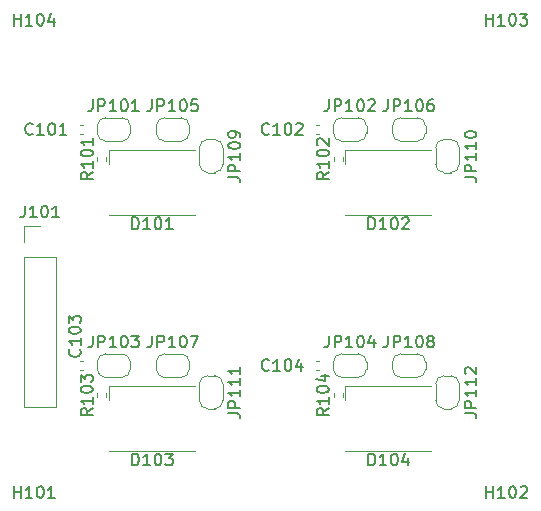
<source format=gto>
G04 #@! TF.GenerationSoftware,KiCad,Pcbnew,5.1.9+dfsg1-1~bpo10+1*
G04 #@! TF.CreationDate,2021-09-26T19:13:38+00:00*
G04 #@! TF.ProjectId,ws2813-breakout,77733238-3133-42d6-9272-65616b6f7574,rev?*
G04 #@! TF.SameCoordinates,Original*
G04 #@! TF.FileFunction,Legend,Top*
G04 #@! TF.FilePolarity,Positive*
%FSLAX46Y46*%
G04 Gerber Fmt 4.6, Leading zero omitted, Abs format (unit mm)*
G04 Created by KiCad (PCBNEW 5.1.9+dfsg1-1~bpo10+1) date 2021-09-26 19:13:38*
%MOMM*%
%LPD*%
G01*
G04 APERTURE LIST*
%ADD10C,0.120000*%
%ADD11C,0.150000*%
G04 APERTURE END LIST*
D10*
X108892164Y-110860000D02*
X109107836Y-110860000D01*
X108892164Y-110140000D02*
X109107836Y-110140000D01*
X128892164Y-110140000D02*
X129107836Y-110140000D01*
X128892164Y-110860000D02*
X129107836Y-110860000D01*
X108892164Y-130140000D02*
X109107836Y-130140000D01*
X108892164Y-130860000D02*
X109107836Y-130860000D01*
X128892164Y-130860000D02*
X129107836Y-130860000D01*
X128892164Y-130140000D02*
X129107836Y-130140000D01*
X111350000Y-112250000D02*
X118650000Y-112250000D01*
X111350000Y-113400000D02*
X111350000Y-112250000D01*
X111350000Y-117750000D02*
X118650000Y-117750000D01*
X131350000Y-117750000D02*
X138650000Y-117750000D01*
X131350000Y-113400000D02*
X131350000Y-112250000D01*
X131350000Y-112250000D02*
X138650000Y-112250000D01*
X111350000Y-132250000D02*
X118650000Y-132250000D01*
X111350000Y-133400000D02*
X111350000Y-132250000D01*
X111350000Y-137750000D02*
X118650000Y-137750000D01*
X131350000Y-137750000D02*
X138650000Y-137750000D01*
X131350000Y-133400000D02*
X131350000Y-132250000D01*
X131350000Y-132250000D02*
X138650000Y-132250000D01*
X104170000Y-134030000D02*
X106830000Y-134030000D01*
X104170000Y-121270000D02*
X104170000Y-134030000D01*
X106830000Y-121270000D02*
X106830000Y-134030000D01*
X104170000Y-121270000D02*
X106830000Y-121270000D01*
X104170000Y-120000000D02*
X104170000Y-118670000D01*
X104170000Y-118670000D02*
X105500000Y-118670000D01*
X111050000Y-109500000D02*
X112450000Y-109500000D01*
X113150000Y-110200000D02*
X113150000Y-110800000D01*
X112450000Y-111500000D02*
X111050000Y-111500000D01*
X110350000Y-110800000D02*
X110350000Y-110200000D01*
X110350000Y-110200000D02*
G75*
G02*
X111050000Y-109500000I700000J0D01*
G01*
X111050000Y-111500000D02*
G75*
G02*
X110350000Y-110800000I0J700000D01*
G01*
X113150000Y-110800000D02*
G75*
G02*
X112450000Y-111500000I-700000J0D01*
G01*
X112450000Y-109500000D02*
G75*
G02*
X113150000Y-110200000I0J-700000D01*
G01*
X130350000Y-110800000D02*
X130350000Y-110200000D01*
X132450000Y-111500000D02*
X131050000Y-111500000D01*
X133150000Y-110200000D02*
X133150000Y-110800000D01*
X131050000Y-109500000D02*
X132450000Y-109500000D01*
X132450000Y-109500000D02*
G75*
G02*
X133150000Y-110200000I0J-700000D01*
G01*
X133150000Y-110800000D02*
G75*
G02*
X132450000Y-111500000I-700000J0D01*
G01*
X131050000Y-111500000D02*
G75*
G02*
X130350000Y-110800000I0J700000D01*
G01*
X130350000Y-110200000D02*
G75*
G02*
X131050000Y-109500000I700000J0D01*
G01*
X111050000Y-129500000D02*
X112450000Y-129500000D01*
X113150000Y-130200000D02*
X113150000Y-130800000D01*
X112450000Y-131500000D02*
X111050000Y-131500000D01*
X110350000Y-130800000D02*
X110350000Y-130200000D01*
X110350000Y-130200000D02*
G75*
G02*
X111050000Y-129500000I700000J0D01*
G01*
X111050000Y-131500000D02*
G75*
G02*
X110350000Y-130800000I0J700000D01*
G01*
X113150000Y-130800000D02*
G75*
G02*
X112450000Y-131500000I-700000J0D01*
G01*
X112450000Y-129500000D02*
G75*
G02*
X113150000Y-130200000I0J-700000D01*
G01*
X130350000Y-130800000D02*
X130350000Y-130200000D01*
X132450000Y-131500000D02*
X131050000Y-131500000D01*
X133150000Y-130200000D02*
X133150000Y-130800000D01*
X131050000Y-129500000D02*
X132450000Y-129500000D01*
X132450000Y-129500000D02*
G75*
G02*
X133150000Y-130200000I0J-700000D01*
G01*
X133150000Y-130800000D02*
G75*
G02*
X132450000Y-131500000I-700000J0D01*
G01*
X131050000Y-131500000D02*
G75*
G02*
X130350000Y-130800000I0J700000D01*
G01*
X130350000Y-130200000D02*
G75*
G02*
X131050000Y-129500000I700000J0D01*
G01*
X116050000Y-109500000D02*
X117450000Y-109500000D01*
X118150000Y-110200000D02*
X118150000Y-110800000D01*
X117450000Y-111500000D02*
X116050000Y-111500000D01*
X115350000Y-110800000D02*
X115350000Y-110200000D01*
X115350000Y-110200000D02*
G75*
G02*
X116050000Y-109500000I700000J0D01*
G01*
X116050000Y-111500000D02*
G75*
G02*
X115350000Y-110800000I0J700000D01*
G01*
X118150000Y-110800000D02*
G75*
G02*
X117450000Y-111500000I-700000J0D01*
G01*
X117450000Y-109500000D02*
G75*
G02*
X118150000Y-110200000I0J-700000D01*
G01*
X135350000Y-110800000D02*
X135350000Y-110200000D01*
X137450000Y-111500000D02*
X136050000Y-111500000D01*
X138150000Y-110200000D02*
X138150000Y-110800000D01*
X136050000Y-109500000D02*
X137450000Y-109500000D01*
X137450000Y-109500000D02*
G75*
G02*
X138150000Y-110200000I0J-700000D01*
G01*
X138150000Y-110800000D02*
G75*
G02*
X137450000Y-111500000I-700000J0D01*
G01*
X136050000Y-111500000D02*
G75*
G02*
X135350000Y-110800000I0J700000D01*
G01*
X135350000Y-110200000D02*
G75*
G02*
X136050000Y-109500000I700000J0D01*
G01*
X116050000Y-129500000D02*
X117450000Y-129500000D01*
X118150000Y-130200000D02*
X118150000Y-130800000D01*
X117450000Y-131500000D02*
X116050000Y-131500000D01*
X115350000Y-130800000D02*
X115350000Y-130200000D01*
X115350000Y-130200000D02*
G75*
G02*
X116050000Y-129500000I700000J0D01*
G01*
X116050000Y-131500000D02*
G75*
G02*
X115350000Y-130800000I0J700000D01*
G01*
X118150000Y-130800000D02*
G75*
G02*
X117450000Y-131500000I-700000J0D01*
G01*
X117450000Y-129500000D02*
G75*
G02*
X118150000Y-130200000I0J-700000D01*
G01*
X135350000Y-130800000D02*
X135350000Y-130200000D01*
X137450000Y-131500000D02*
X136050000Y-131500000D01*
X138150000Y-130200000D02*
X138150000Y-130800000D01*
X136050000Y-129500000D02*
X137450000Y-129500000D01*
X137450000Y-129500000D02*
G75*
G02*
X138150000Y-130200000I0J-700000D01*
G01*
X138150000Y-130800000D02*
G75*
G02*
X137450000Y-131500000I-700000J0D01*
G01*
X136050000Y-131500000D02*
G75*
G02*
X135350000Y-130800000I0J700000D01*
G01*
X135350000Y-130200000D02*
G75*
G02*
X136050000Y-129500000I700000J0D01*
G01*
X121000000Y-112050000D02*
X121000000Y-113450000D01*
X120300000Y-114150000D02*
X119700000Y-114150000D01*
X119000000Y-113450000D02*
X119000000Y-112050000D01*
X119700000Y-111350000D02*
X120300000Y-111350000D01*
X120300000Y-111350000D02*
G75*
G02*
X121000000Y-112050000I0J-700000D01*
G01*
X119000000Y-112050000D02*
G75*
G02*
X119700000Y-111350000I700000J0D01*
G01*
X119700000Y-114150000D02*
G75*
G02*
X119000000Y-113450000I0J700000D01*
G01*
X121000000Y-113450000D02*
G75*
G02*
X120300000Y-114150000I-700000J0D01*
G01*
X139700000Y-111350000D02*
X140300000Y-111350000D01*
X139000000Y-113450000D02*
X139000000Y-112050000D01*
X140300000Y-114150000D02*
X139700000Y-114150000D01*
X141000000Y-112050000D02*
X141000000Y-113450000D01*
X141000000Y-113450000D02*
G75*
G02*
X140300000Y-114150000I-700000J0D01*
G01*
X139700000Y-114150000D02*
G75*
G02*
X139000000Y-113450000I0J700000D01*
G01*
X139000000Y-112050000D02*
G75*
G02*
X139700000Y-111350000I700000J0D01*
G01*
X140300000Y-111350000D02*
G75*
G02*
X141000000Y-112050000I0J-700000D01*
G01*
X121000000Y-132050000D02*
X121000000Y-133450000D01*
X120300000Y-134150000D02*
X119700000Y-134150000D01*
X119000000Y-133450000D02*
X119000000Y-132050000D01*
X119700000Y-131350000D02*
X120300000Y-131350000D01*
X120300000Y-131350000D02*
G75*
G02*
X121000000Y-132050000I0J-700000D01*
G01*
X119000000Y-132050000D02*
G75*
G02*
X119700000Y-131350000I700000J0D01*
G01*
X119700000Y-134150000D02*
G75*
G02*
X119000000Y-133450000I0J700000D01*
G01*
X121000000Y-133450000D02*
G75*
G02*
X120300000Y-134150000I-700000J0D01*
G01*
X139700000Y-131350000D02*
X140300000Y-131350000D01*
X139000000Y-133450000D02*
X139000000Y-132050000D01*
X140300000Y-134150000D02*
X139700000Y-134150000D01*
X141000000Y-132050000D02*
X141000000Y-133450000D01*
X141000000Y-133450000D02*
G75*
G02*
X140300000Y-134150000I-700000J0D01*
G01*
X139700000Y-134150000D02*
G75*
G02*
X139000000Y-133450000I0J700000D01*
G01*
X139000000Y-132050000D02*
G75*
G02*
X139700000Y-131350000I700000J0D01*
G01*
X140300000Y-131350000D02*
G75*
G02*
X141000000Y-132050000I0J-700000D01*
G01*
X111130000Y-113153641D02*
X111130000Y-112846359D01*
X110370000Y-113153641D02*
X110370000Y-112846359D01*
X131130000Y-113153641D02*
X131130000Y-112846359D01*
X130370000Y-113153641D02*
X130370000Y-112846359D01*
X110370000Y-133153641D02*
X110370000Y-132846359D01*
X111130000Y-133153641D02*
X111130000Y-132846359D01*
X130370000Y-133153641D02*
X130370000Y-132846359D01*
X131130000Y-133153641D02*
X131130000Y-132846359D01*
D11*
X104880952Y-110857142D02*
X104833333Y-110904761D01*
X104690476Y-110952380D01*
X104595238Y-110952380D01*
X104452380Y-110904761D01*
X104357142Y-110809523D01*
X104309523Y-110714285D01*
X104261904Y-110523809D01*
X104261904Y-110380952D01*
X104309523Y-110190476D01*
X104357142Y-110095238D01*
X104452380Y-110000000D01*
X104595238Y-109952380D01*
X104690476Y-109952380D01*
X104833333Y-110000000D01*
X104880952Y-110047619D01*
X105833333Y-110952380D02*
X105261904Y-110952380D01*
X105547619Y-110952380D02*
X105547619Y-109952380D01*
X105452380Y-110095238D01*
X105357142Y-110190476D01*
X105261904Y-110238095D01*
X106452380Y-109952380D02*
X106547619Y-109952380D01*
X106642857Y-110000000D01*
X106690476Y-110047619D01*
X106738095Y-110142857D01*
X106785714Y-110333333D01*
X106785714Y-110571428D01*
X106738095Y-110761904D01*
X106690476Y-110857142D01*
X106642857Y-110904761D01*
X106547619Y-110952380D01*
X106452380Y-110952380D01*
X106357142Y-110904761D01*
X106309523Y-110857142D01*
X106261904Y-110761904D01*
X106214285Y-110571428D01*
X106214285Y-110333333D01*
X106261904Y-110142857D01*
X106309523Y-110047619D01*
X106357142Y-110000000D01*
X106452380Y-109952380D01*
X107738095Y-110952380D02*
X107166666Y-110952380D01*
X107452380Y-110952380D02*
X107452380Y-109952380D01*
X107357142Y-110095238D01*
X107261904Y-110190476D01*
X107166666Y-110238095D01*
X124880952Y-110857142D02*
X124833333Y-110904761D01*
X124690476Y-110952380D01*
X124595238Y-110952380D01*
X124452380Y-110904761D01*
X124357142Y-110809523D01*
X124309523Y-110714285D01*
X124261904Y-110523809D01*
X124261904Y-110380952D01*
X124309523Y-110190476D01*
X124357142Y-110095238D01*
X124452380Y-110000000D01*
X124595238Y-109952380D01*
X124690476Y-109952380D01*
X124833333Y-110000000D01*
X124880952Y-110047619D01*
X125833333Y-110952380D02*
X125261904Y-110952380D01*
X125547619Y-110952380D02*
X125547619Y-109952380D01*
X125452380Y-110095238D01*
X125357142Y-110190476D01*
X125261904Y-110238095D01*
X126452380Y-109952380D02*
X126547619Y-109952380D01*
X126642857Y-110000000D01*
X126690476Y-110047619D01*
X126738095Y-110142857D01*
X126785714Y-110333333D01*
X126785714Y-110571428D01*
X126738095Y-110761904D01*
X126690476Y-110857142D01*
X126642857Y-110904761D01*
X126547619Y-110952380D01*
X126452380Y-110952380D01*
X126357142Y-110904761D01*
X126309523Y-110857142D01*
X126261904Y-110761904D01*
X126214285Y-110571428D01*
X126214285Y-110333333D01*
X126261904Y-110142857D01*
X126309523Y-110047619D01*
X126357142Y-110000000D01*
X126452380Y-109952380D01*
X127166666Y-110047619D02*
X127214285Y-110000000D01*
X127309523Y-109952380D01*
X127547619Y-109952380D01*
X127642857Y-110000000D01*
X127690476Y-110047619D01*
X127738095Y-110142857D01*
X127738095Y-110238095D01*
X127690476Y-110380952D01*
X127119047Y-110952380D01*
X127738095Y-110952380D01*
X108857142Y-129119047D02*
X108904761Y-129166666D01*
X108952380Y-129309523D01*
X108952380Y-129404761D01*
X108904761Y-129547619D01*
X108809523Y-129642857D01*
X108714285Y-129690476D01*
X108523809Y-129738095D01*
X108380952Y-129738095D01*
X108190476Y-129690476D01*
X108095238Y-129642857D01*
X108000000Y-129547619D01*
X107952380Y-129404761D01*
X107952380Y-129309523D01*
X108000000Y-129166666D01*
X108047619Y-129119047D01*
X108952380Y-128166666D02*
X108952380Y-128738095D01*
X108952380Y-128452380D02*
X107952380Y-128452380D01*
X108095238Y-128547619D01*
X108190476Y-128642857D01*
X108238095Y-128738095D01*
X107952380Y-127547619D02*
X107952380Y-127452380D01*
X108000000Y-127357142D01*
X108047619Y-127309523D01*
X108142857Y-127261904D01*
X108333333Y-127214285D01*
X108571428Y-127214285D01*
X108761904Y-127261904D01*
X108857142Y-127309523D01*
X108904761Y-127357142D01*
X108952380Y-127452380D01*
X108952380Y-127547619D01*
X108904761Y-127642857D01*
X108857142Y-127690476D01*
X108761904Y-127738095D01*
X108571428Y-127785714D01*
X108333333Y-127785714D01*
X108142857Y-127738095D01*
X108047619Y-127690476D01*
X108000000Y-127642857D01*
X107952380Y-127547619D01*
X107952380Y-126880952D02*
X107952380Y-126261904D01*
X108333333Y-126595238D01*
X108333333Y-126452380D01*
X108380952Y-126357142D01*
X108428571Y-126309523D01*
X108523809Y-126261904D01*
X108761904Y-126261904D01*
X108857142Y-126309523D01*
X108904761Y-126357142D01*
X108952380Y-126452380D01*
X108952380Y-126738095D01*
X108904761Y-126833333D01*
X108857142Y-126880952D01*
X124880952Y-130857142D02*
X124833333Y-130904761D01*
X124690476Y-130952380D01*
X124595238Y-130952380D01*
X124452380Y-130904761D01*
X124357142Y-130809523D01*
X124309523Y-130714285D01*
X124261904Y-130523809D01*
X124261904Y-130380952D01*
X124309523Y-130190476D01*
X124357142Y-130095238D01*
X124452380Y-130000000D01*
X124595238Y-129952380D01*
X124690476Y-129952380D01*
X124833333Y-130000000D01*
X124880952Y-130047619D01*
X125833333Y-130952380D02*
X125261904Y-130952380D01*
X125547619Y-130952380D02*
X125547619Y-129952380D01*
X125452380Y-130095238D01*
X125357142Y-130190476D01*
X125261904Y-130238095D01*
X126452380Y-129952380D02*
X126547619Y-129952380D01*
X126642857Y-130000000D01*
X126690476Y-130047619D01*
X126738095Y-130142857D01*
X126785714Y-130333333D01*
X126785714Y-130571428D01*
X126738095Y-130761904D01*
X126690476Y-130857142D01*
X126642857Y-130904761D01*
X126547619Y-130952380D01*
X126452380Y-130952380D01*
X126357142Y-130904761D01*
X126309523Y-130857142D01*
X126261904Y-130761904D01*
X126214285Y-130571428D01*
X126214285Y-130333333D01*
X126261904Y-130142857D01*
X126309523Y-130047619D01*
X126357142Y-130000000D01*
X126452380Y-129952380D01*
X127642857Y-130285714D02*
X127642857Y-130952380D01*
X127404761Y-129904761D02*
X127166666Y-130619047D01*
X127785714Y-130619047D01*
X113309523Y-118952380D02*
X113309523Y-117952380D01*
X113547619Y-117952380D01*
X113690476Y-118000000D01*
X113785714Y-118095238D01*
X113833333Y-118190476D01*
X113880952Y-118380952D01*
X113880952Y-118523809D01*
X113833333Y-118714285D01*
X113785714Y-118809523D01*
X113690476Y-118904761D01*
X113547619Y-118952380D01*
X113309523Y-118952380D01*
X114833333Y-118952380D02*
X114261904Y-118952380D01*
X114547619Y-118952380D02*
X114547619Y-117952380D01*
X114452380Y-118095238D01*
X114357142Y-118190476D01*
X114261904Y-118238095D01*
X115452380Y-117952380D02*
X115547619Y-117952380D01*
X115642857Y-118000000D01*
X115690476Y-118047619D01*
X115738095Y-118142857D01*
X115785714Y-118333333D01*
X115785714Y-118571428D01*
X115738095Y-118761904D01*
X115690476Y-118857142D01*
X115642857Y-118904761D01*
X115547619Y-118952380D01*
X115452380Y-118952380D01*
X115357142Y-118904761D01*
X115309523Y-118857142D01*
X115261904Y-118761904D01*
X115214285Y-118571428D01*
X115214285Y-118333333D01*
X115261904Y-118142857D01*
X115309523Y-118047619D01*
X115357142Y-118000000D01*
X115452380Y-117952380D01*
X116738095Y-118952380D02*
X116166666Y-118952380D01*
X116452380Y-118952380D02*
X116452380Y-117952380D01*
X116357142Y-118095238D01*
X116261904Y-118190476D01*
X116166666Y-118238095D01*
X133309523Y-118952380D02*
X133309523Y-117952380D01*
X133547619Y-117952380D01*
X133690476Y-118000000D01*
X133785714Y-118095238D01*
X133833333Y-118190476D01*
X133880952Y-118380952D01*
X133880952Y-118523809D01*
X133833333Y-118714285D01*
X133785714Y-118809523D01*
X133690476Y-118904761D01*
X133547619Y-118952380D01*
X133309523Y-118952380D01*
X134833333Y-118952380D02*
X134261904Y-118952380D01*
X134547619Y-118952380D02*
X134547619Y-117952380D01*
X134452380Y-118095238D01*
X134357142Y-118190476D01*
X134261904Y-118238095D01*
X135452380Y-117952380D02*
X135547619Y-117952380D01*
X135642857Y-118000000D01*
X135690476Y-118047619D01*
X135738095Y-118142857D01*
X135785714Y-118333333D01*
X135785714Y-118571428D01*
X135738095Y-118761904D01*
X135690476Y-118857142D01*
X135642857Y-118904761D01*
X135547619Y-118952380D01*
X135452380Y-118952380D01*
X135357142Y-118904761D01*
X135309523Y-118857142D01*
X135261904Y-118761904D01*
X135214285Y-118571428D01*
X135214285Y-118333333D01*
X135261904Y-118142857D01*
X135309523Y-118047619D01*
X135357142Y-118000000D01*
X135452380Y-117952380D01*
X136166666Y-118047619D02*
X136214285Y-118000000D01*
X136309523Y-117952380D01*
X136547619Y-117952380D01*
X136642857Y-118000000D01*
X136690476Y-118047619D01*
X136738095Y-118142857D01*
X136738095Y-118238095D01*
X136690476Y-118380952D01*
X136119047Y-118952380D01*
X136738095Y-118952380D01*
X113309523Y-138952380D02*
X113309523Y-137952380D01*
X113547619Y-137952380D01*
X113690476Y-138000000D01*
X113785714Y-138095238D01*
X113833333Y-138190476D01*
X113880952Y-138380952D01*
X113880952Y-138523809D01*
X113833333Y-138714285D01*
X113785714Y-138809523D01*
X113690476Y-138904761D01*
X113547619Y-138952380D01*
X113309523Y-138952380D01*
X114833333Y-138952380D02*
X114261904Y-138952380D01*
X114547619Y-138952380D02*
X114547619Y-137952380D01*
X114452380Y-138095238D01*
X114357142Y-138190476D01*
X114261904Y-138238095D01*
X115452380Y-137952380D02*
X115547619Y-137952380D01*
X115642857Y-138000000D01*
X115690476Y-138047619D01*
X115738095Y-138142857D01*
X115785714Y-138333333D01*
X115785714Y-138571428D01*
X115738095Y-138761904D01*
X115690476Y-138857142D01*
X115642857Y-138904761D01*
X115547619Y-138952380D01*
X115452380Y-138952380D01*
X115357142Y-138904761D01*
X115309523Y-138857142D01*
X115261904Y-138761904D01*
X115214285Y-138571428D01*
X115214285Y-138333333D01*
X115261904Y-138142857D01*
X115309523Y-138047619D01*
X115357142Y-138000000D01*
X115452380Y-137952380D01*
X116119047Y-137952380D02*
X116738095Y-137952380D01*
X116404761Y-138333333D01*
X116547619Y-138333333D01*
X116642857Y-138380952D01*
X116690476Y-138428571D01*
X116738095Y-138523809D01*
X116738095Y-138761904D01*
X116690476Y-138857142D01*
X116642857Y-138904761D01*
X116547619Y-138952380D01*
X116261904Y-138952380D01*
X116166666Y-138904761D01*
X116119047Y-138857142D01*
X133309523Y-138952380D02*
X133309523Y-137952380D01*
X133547619Y-137952380D01*
X133690476Y-138000000D01*
X133785714Y-138095238D01*
X133833333Y-138190476D01*
X133880952Y-138380952D01*
X133880952Y-138523809D01*
X133833333Y-138714285D01*
X133785714Y-138809523D01*
X133690476Y-138904761D01*
X133547619Y-138952380D01*
X133309523Y-138952380D01*
X134833333Y-138952380D02*
X134261904Y-138952380D01*
X134547619Y-138952380D02*
X134547619Y-137952380D01*
X134452380Y-138095238D01*
X134357142Y-138190476D01*
X134261904Y-138238095D01*
X135452380Y-137952380D02*
X135547619Y-137952380D01*
X135642857Y-138000000D01*
X135690476Y-138047619D01*
X135738095Y-138142857D01*
X135785714Y-138333333D01*
X135785714Y-138571428D01*
X135738095Y-138761904D01*
X135690476Y-138857142D01*
X135642857Y-138904761D01*
X135547619Y-138952380D01*
X135452380Y-138952380D01*
X135357142Y-138904761D01*
X135309523Y-138857142D01*
X135261904Y-138761904D01*
X135214285Y-138571428D01*
X135214285Y-138333333D01*
X135261904Y-138142857D01*
X135309523Y-138047619D01*
X135357142Y-138000000D01*
X135452380Y-137952380D01*
X136642857Y-138285714D02*
X136642857Y-138952380D01*
X136404761Y-137904761D02*
X136166666Y-138619047D01*
X136785714Y-138619047D01*
X104214285Y-116952380D02*
X104214285Y-117666666D01*
X104166666Y-117809523D01*
X104071428Y-117904761D01*
X103928571Y-117952380D01*
X103833333Y-117952380D01*
X105214285Y-117952380D02*
X104642857Y-117952380D01*
X104928571Y-117952380D02*
X104928571Y-116952380D01*
X104833333Y-117095238D01*
X104738095Y-117190476D01*
X104642857Y-117238095D01*
X105833333Y-116952380D02*
X105928571Y-116952380D01*
X106023809Y-117000000D01*
X106071428Y-117047619D01*
X106119047Y-117142857D01*
X106166666Y-117333333D01*
X106166666Y-117571428D01*
X106119047Y-117761904D01*
X106071428Y-117857142D01*
X106023809Y-117904761D01*
X105928571Y-117952380D01*
X105833333Y-117952380D01*
X105738095Y-117904761D01*
X105690476Y-117857142D01*
X105642857Y-117761904D01*
X105595238Y-117571428D01*
X105595238Y-117333333D01*
X105642857Y-117142857D01*
X105690476Y-117047619D01*
X105738095Y-117000000D01*
X105833333Y-116952380D01*
X107119047Y-117952380D02*
X106547619Y-117952380D01*
X106833333Y-117952380D02*
X106833333Y-116952380D01*
X106738095Y-117095238D01*
X106642857Y-117190476D01*
X106547619Y-117238095D01*
X109964285Y-107952380D02*
X109964285Y-108666666D01*
X109916666Y-108809523D01*
X109821428Y-108904761D01*
X109678571Y-108952380D01*
X109583333Y-108952380D01*
X110440476Y-108952380D02*
X110440476Y-107952380D01*
X110821428Y-107952380D01*
X110916666Y-108000000D01*
X110964285Y-108047619D01*
X111011904Y-108142857D01*
X111011904Y-108285714D01*
X110964285Y-108380952D01*
X110916666Y-108428571D01*
X110821428Y-108476190D01*
X110440476Y-108476190D01*
X111964285Y-108952380D02*
X111392857Y-108952380D01*
X111678571Y-108952380D02*
X111678571Y-107952380D01*
X111583333Y-108095238D01*
X111488095Y-108190476D01*
X111392857Y-108238095D01*
X112583333Y-107952380D02*
X112678571Y-107952380D01*
X112773809Y-108000000D01*
X112821428Y-108047619D01*
X112869047Y-108142857D01*
X112916666Y-108333333D01*
X112916666Y-108571428D01*
X112869047Y-108761904D01*
X112821428Y-108857142D01*
X112773809Y-108904761D01*
X112678571Y-108952380D01*
X112583333Y-108952380D01*
X112488095Y-108904761D01*
X112440476Y-108857142D01*
X112392857Y-108761904D01*
X112345238Y-108571428D01*
X112345238Y-108333333D01*
X112392857Y-108142857D01*
X112440476Y-108047619D01*
X112488095Y-108000000D01*
X112583333Y-107952380D01*
X113869047Y-108952380D02*
X113297619Y-108952380D01*
X113583333Y-108952380D02*
X113583333Y-107952380D01*
X113488095Y-108095238D01*
X113392857Y-108190476D01*
X113297619Y-108238095D01*
X129964285Y-107952380D02*
X129964285Y-108666666D01*
X129916666Y-108809523D01*
X129821428Y-108904761D01*
X129678571Y-108952380D01*
X129583333Y-108952380D01*
X130440476Y-108952380D02*
X130440476Y-107952380D01*
X130821428Y-107952380D01*
X130916666Y-108000000D01*
X130964285Y-108047619D01*
X131011904Y-108142857D01*
X131011904Y-108285714D01*
X130964285Y-108380952D01*
X130916666Y-108428571D01*
X130821428Y-108476190D01*
X130440476Y-108476190D01*
X131964285Y-108952380D02*
X131392857Y-108952380D01*
X131678571Y-108952380D02*
X131678571Y-107952380D01*
X131583333Y-108095238D01*
X131488095Y-108190476D01*
X131392857Y-108238095D01*
X132583333Y-107952380D02*
X132678571Y-107952380D01*
X132773809Y-108000000D01*
X132821428Y-108047619D01*
X132869047Y-108142857D01*
X132916666Y-108333333D01*
X132916666Y-108571428D01*
X132869047Y-108761904D01*
X132821428Y-108857142D01*
X132773809Y-108904761D01*
X132678571Y-108952380D01*
X132583333Y-108952380D01*
X132488095Y-108904761D01*
X132440476Y-108857142D01*
X132392857Y-108761904D01*
X132345238Y-108571428D01*
X132345238Y-108333333D01*
X132392857Y-108142857D01*
X132440476Y-108047619D01*
X132488095Y-108000000D01*
X132583333Y-107952380D01*
X133297619Y-108047619D02*
X133345238Y-108000000D01*
X133440476Y-107952380D01*
X133678571Y-107952380D01*
X133773809Y-108000000D01*
X133821428Y-108047619D01*
X133869047Y-108142857D01*
X133869047Y-108238095D01*
X133821428Y-108380952D01*
X133250000Y-108952380D01*
X133869047Y-108952380D01*
X109964285Y-127952380D02*
X109964285Y-128666666D01*
X109916666Y-128809523D01*
X109821428Y-128904761D01*
X109678571Y-128952380D01*
X109583333Y-128952380D01*
X110440476Y-128952380D02*
X110440476Y-127952380D01*
X110821428Y-127952380D01*
X110916666Y-128000000D01*
X110964285Y-128047619D01*
X111011904Y-128142857D01*
X111011904Y-128285714D01*
X110964285Y-128380952D01*
X110916666Y-128428571D01*
X110821428Y-128476190D01*
X110440476Y-128476190D01*
X111964285Y-128952380D02*
X111392857Y-128952380D01*
X111678571Y-128952380D02*
X111678571Y-127952380D01*
X111583333Y-128095238D01*
X111488095Y-128190476D01*
X111392857Y-128238095D01*
X112583333Y-127952380D02*
X112678571Y-127952380D01*
X112773809Y-128000000D01*
X112821428Y-128047619D01*
X112869047Y-128142857D01*
X112916666Y-128333333D01*
X112916666Y-128571428D01*
X112869047Y-128761904D01*
X112821428Y-128857142D01*
X112773809Y-128904761D01*
X112678571Y-128952380D01*
X112583333Y-128952380D01*
X112488095Y-128904761D01*
X112440476Y-128857142D01*
X112392857Y-128761904D01*
X112345238Y-128571428D01*
X112345238Y-128333333D01*
X112392857Y-128142857D01*
X112440476Y-128047619D01*
X112488095Y-128000000D01*
X112583333Y-127952380D01*
X113250000Y-127952380D02*
X113869047Y-127952380D01*
X113535714Y-128333333D01*
X113678571Y-128333333D01*
X113773809Y-128380952D01*
X113821428Y-128428571D01*
X113869047Y-128523809D01*
X113869047Y-128761904D01*
X113821428Y-128857142D01*
X113773809Y-128904761D01*
X113678571Y-128952380D01*
X113392857Y-128952380D01*
X113297619Y-128904761D01*
X113250000Y-128857142D01*
X129964285Y-127952380D02*
X129964285Y-128666666D01*
X129916666Y-128809523D01*
X129821428Y-128904761D01*
X129678571Y-128952380D01*
X129583333Y-128952380D01*
X130440476Y-128952380D02*
X130440476Y-127952380D01*
X130821428Y-127952380D01*
X130916666Y-128000000D01*
X130964285Y-128047619D01*
X131011904Y-128142857D01*
X131011904Y-128285714D01*
X130964285Y-128380952D01*
X130916666Y-128428571D01*
X130821428Y-128476190D01*
X130440476Y-128476190D01*
X131964285Y-128952380D02*
X131392857Y-128952380D01*
X131678571Y-128952380D02*
X131678571Y-127952380D01*
X131583333Y-128095238D01*
X131488095Y-128190476D01*
X131392857Y-128238095D01*
X132583333Y-127952380D02*
X132678571Y-127952380D01*
X132773809Y-128000000D01*
X132821428Y-128047619D01*
X132869047Y-128142857D01*
X132916666Y-128333333D01*
X132916666Y-128571428D01*
X132869047Y-128761904D01*
X132821428Y-128857142D01*
X132773809Y-128904761D01*
X132678571Y-128952380D01*
X132583333Y-128952380D01*
X132488095Y-128904761D01*
X132440476Y-128857142D01*
X132392857Y-128761904D01*
X132345238Y-128571428D01*
X132345238Y-128333333D01*
X132392857Y-128142857D01*
X132440476Y-128047619D01*
X132488095Y-128000000D01*
X132583333Y-127952380D01*
X133773809Y-128285714D02*
X133773809Y-128952380D01*
X133535714Y-127904761D02*
X133297619Y-128619047D01*
X133916666Y-128619047D01*
X114964285Y-107952380D02*
X114964285Y-108666666D01*
X114916666Y-108809523D01*
X114821428Y-108904761D01*
X114678571Y-108952380D01*
X114583333Y-108952380D01*
X115440476Y-108952380D02*
X115440476Y-107952380D01*
X115821428Y-107952380D01*
X115916666Y-108000000D01*
X115964285Y-108047619D01*
X116011904Y-108142857D01*
X116011904Y-108285714D01*
X115964285Y-108380952D01*
X115916666Y-108428571D01*
X115821428Y-108476190D01*
X115440476Y-108476190D01*
X116964285Y-108952380D02*
X116392857Y-108952380D01*
X116678571Y-108952380D02*
X116678571Y-107952380D01*
X116583333Y-108095238D01*
X116488095Y-108190476D01*
X116392857Y-108238095D01*
X117583333Y-107952380D02*
X117678571Y-107952380D01*
X117773809Y-108000000D01*
X117821428Y-108047619D01*
X117869047Y-108142857D01*
X117916666Y-108333333D01*
X117916666Y-108571428D01*
X117869047Y-108761904D01*
X117821428Y-108857142D01*
X117773809Y-108904761D01*
X117678571Y-108952380D01*
X117583333Y-108952380D01*
X117488095Y-108904761D01*
X117440476Y-108857142D01*
X117392857Y-108761904D01*
X117345238Y-108571428D01*
X117345238Y-108333333D01*
X117392857Y-108142857D01*
X117440476Y-108047619D01*
X117488095Y-108000000D01*
X117583333Y-107952380D01*
X118821428Y-107952380D02*
X118345238Y-107952380D01*
X118297619Y-108428571D01*
X118345238Y-108380952D01*
X118440476Y-108333333D01*
X118678571Y-108333333D01*
X118773809Y-108380952D01*
X118821428Y-108428571D01*
X118869047Y-108523809D01*
X118869047Y-108761904D01*
X118821428Y-108857142D01*
X118773809Y-108904761D01*
X118678571Y-108952380D01*
X118440476Y-108952380D01*
X118345238Y-108904761D01*
X118297619Y-108857142D01*
X134964285Y-107952380D02*
X134964285Y-108666666D01*
X134916666Y-108809523D01*
X134821428Y-108904761D01*
X134678571Y-108952380D01*
X134583333Y-108952380D01*
X135440476Y-108952380D02*
X135440476Y-107952380D01*
X135821428Y-107952380D01*
X135916666Y-108000000D01*
X135964285Y-108047619D01*
X136011904Y-108142857D01*
X136011904Y-108285714D01*
X135964285Y-108380952D01*
X135916666Y-108428571D01*
X135821428Y-108476190D01*
X135440476Y-108476190D01*
X136964285Y-108952380D02*
X136392857Y-108952380D01*
X136678571Y-108952380D02*
X136678571Y-107952380D01*
X136583333Y-108095238D01*
X136488095Y-108190476D01*
X136392857Y-108238095D01*
X137583333Y-107952380D02*
X137678571Y-107952380D01*
X137773809Y-108000000D01*
X137821428Y-108047619D01*
X137869047Y-108142857D01*
X137916666Y-108333333D01*
X137916666Y-108571428D01*
X137869047Y-108761904D01*
X137821428Y-108857142D01*
X137773809Y-108904761D01*
X137678571Y-108952380D01*
X137583333Y-108952380D01*
X137488095Y-108904761D01*
X137440476Y-108857142D01*
X137392857Y-108761904D01*
X137345238Y-108571428D01*
X137345238Y-108333333D01*
X137392857Y-108142857D01*
X137440476Y-108047619D01*
X137488095Y-108000000D01*
X137583333Y-107952380D01*
X138773809Y-107952380D02*
X138583333Y-107952380D01*
X138488095Y-108000000D01*
X138440476Y-108047619D01*
X138345238Y-108190476D01*
X138297619Y-108380952D01*
X138297619Y-108761904D01*
X138345238Y-108857142D01*
X138392857Y-108904761D01*
X138488095Y-108952380D01*
X138678571Y-108952380D01*
X138773809Y-108904761D01*
X138821428Y-108857142D01*
X138869047Y-108761904D01*
X138869047Y-108523809D01*
X138821428Y-108428571D01*
X138773809Y-108380952D01*
X138678571Y-108333333D01*
X138488095Y-108333333D01*
X138392857Y-108380952D01*
X138345238Y-108428571D01*
X138297619Y-108523809D01*
X114964285Y-127952380D02*
X114964285Y-128666666D01*
X114916666Y-128809523D01*
X114821428Y-128904761D01*
X114678571Y-128952380D01*
X114583333Y-128952380D01*
X115440476Y-128952380D02*
X115440476Y-127952380D01*
X115821428Y-127952380D01*
X115916666Y-128000000D01*
X115964285Y-128047619D01*
X116011904Y-128142857D01*
X116011904Y-128285714D01*
X115964285Y-128380952D01*
X115916666Y-128428571D01*
X115821428Y-128476190D01*
X115440476Y-128476190D01*
X116964285Y-128952380D02*
X116392857Y-128952380D01*
X116678571Y-128952380D02*
X116678571Y-127952380D01*
X116583333Y-128095238D01*
X116488095Y-128190476D01*
X116392857Y-128238095D01*
X117583333Y-127952380D02*
X117678571Y-127952380D01*
X117773809Y-128000000D01*
X117821428Y-128047619D01*
X117869047Y-128142857D01*
X117916666Y-128333333D01*
X117916666Y-128571428D01*
X117869047Y-128761904D01*
X117821428Y-128857142D01*
X117773809Y-128904761D01*
X117678571Y-128952380D01*
X117583333Y-128952380D01*
X117488095Y-128904761D01*
X117440476Y-128857142D01*
X117392857Y-128761904D01*
X117345238Y-128571428D01*
X117345238Y-128333333D01*
X117392857Y-128142857D01*
X117440476Y-128047619D01*
X117488095Y-128000000D01*
X117583333Y-127952380D01*
X118250000Y-127952380D02*
X118916666Y-127952380D01*
X118488095Y-128952380D01*
X134964285Y-127952380D02*
X134964285Y-128666666D01*
X134916666Y-128809523D01*
X134821428Y-128904761D01*
X134678571Y-128952380D01*
X134583333Y-128952380D01*
X135440476Y-128952380D02*
X135440476Y-127952380D01*
X135821428Y-127952380D01*
X135916666Y-128000000D01*
X135964285Y-128047619D01*
X136011904Y-128142857D01*
X136011904Y-128285714D01*
X135964285Y-128380952D01*
X135916666Y-128428571D01*
X135821428Y-128476190D01*
X135440476Y-128476190D01*
X136964285Y-128952380D02*
X136392857Y-128952380D01*
X136678571Y-128952380D02*
X136678571Y-127952380D01*
X136583333Y-128095238D01*
X136488095Y-128190476D01*
X136392857Y-128238095D01*
X137583333Y-127952380D02*
X137678571Y-127952380D01*
X137773809Y-128000000D01*
X137821428Y-128047619D01*
X137869047Y-128142857D01*
X137916666Y-128333333D01*
X137916666Y-128571428D01*
X137869047Y-128761904D01*
X137821428Y-128857142D01*
X137773809Y-128904761D01*
X137678571Y-128952380D01*
X137583333Y-128952380D01*
X137488095Y-128904761D01*
X137440476Y-128857142D01*
X137392857Y-128761904D01*
X137345238Y-128571428D01*
X137345238Y-128333333D01*
X137392857Y-128142857D01*
X137440476Y-128047619D01*
X137488095Y-128000000D01*
X137583333Y-127952380D01*
X138488095Y-128380952D02*
X138392857Y-128333333D01*
X138345238Y-128285714D01*
X138297619Y-128190476D01*
X138297619Y-128142857D01*
X138345238Y-128047619D01*
X138392857Y-128000000D01*
X138488095Y-127952380D01*
X138678571Y-127952380D01*
X138773809Y-128000000D01*
X138821428Y-128047619D01*
X138869047Y-128142857D01*
X138869047Y-128190476D01*
X138821428Y-128285714D01*
X138773809Y-128333333D01*
X138678571Y-128380952D01*
X138488095Y-128380952D01*
X138392857Y-128428571D01*
X138345238Y-128476190D01*
X138297619Y-128571428D01*
X138297619Y-128761904D01*
X138345238Y-128857142D01*
X138392857Y-128904761D01*
X138488095Y-128952380D01*
X138678571Y-128952380D01*
X138773809Y-128904761D01*
X138821428Y-128857142D01*
X138869047Y-128761904D01*
X138869047Y-128571428D01*
X138821428Y-128476190D01*
X138773809Y-128428571D01*
X138678571Y-128380952D01*
X121452380Y-114535714D02*
X122166666Y-114535714D01*
X122309523Y-114583333D01*
X122404761Y-114678571D01*
X122452380Y-114821428D01*
X122452380Y-114916666D01*
X122452380Y-114059523D02*
X121452380Y-114059523D01*
X121452380Y-113678571D01*
X121500000Y-113583333D01*
X121547619Y-113535714D01*
X121642857Y-113488095D01*
X121785714Y-113488095D01*
X121880952Y-113535714D01*
X121928571Y-113583333D01*
X121976190Y-113678571D01*
X121976190Y-114059523D01*
X122452380Y-112535714D02*
X122452380Y-113107142D01*
X122452380Y-112821428D02*
X121452380Y-112821428D01*
X121595238Y-112916666D01*
X121690476Y-113011904D01*
X121738095Y-113107142D01*
X121452380Y-111916666D02*
X121452380Y-111821428D01*
X121500000Y-111726190D01*
X121547619Y-111678571D01*
X121642857Y-111630952D01*
X121833333Y-111583333D01*
X122071428Y-111583333D01*
X122261904Y-111630952D01*
X122357142Y-111678571D01*
X122404761Y-111726190D01*
X122452380Y-111821428D01*
X122452380Y-111916666D01*
X122404761Y-112011904D01*
X122357142Y-112059523D01*
X122261904Y-112107142D01*
X122071428Y-112154761D01*
X121833333Y-112154761D01*
X121642857Y-112107142D01*
X121547619Y-112059523D01*
X121500000Y-112011904D01*
X121452380Y-111916666D01*
X122452380Y-111107142D02*
X122452380Y-110916666D01*
X122404761Y-110821428D01*
X122357142Y-110773809D01*
X122214285Y-110678571D01*
X122023809Y-110630952D01*
X121642857Y-110630952D01*
X121547619Y-110678571D01*
X121500000Y-110726190D01*
X121452380Y-110821428D01*
X121452380Y-111011904D01*
X121500000Y-111107142D01*
X121547619Y-111154761D01*
X121642857Y-111202380D01*
X121880952Y-111202380D01*
X121976190Y-111154761D01*
X122023809Y-111107142D01*
X122071428Y-111011904D01*
X122071428Y-110821428D01*
X122023809Y-110726190D01*
X121976190Y-110678571D01*
X121880952Y-110630952D01*
X141452380Y-114535714D02*
X142166666Y-114535714D01*
X142309523Y-114583333D01*
X142404761Y-114678571D01*
X142452380Y-114821428D01*
X142452380Y-114916666D01*
X142452380Y-114059523D02*
X141452380Y-114059523D01*
X141452380Y-113678571D01*
X141500000Y-113583333D01*
X141547619Y-113535714D01*
X141642857Y-113488095D01*
X141785714Y-113488095D01*
X141880952Y-113535714D01*
X141928571Y-113583333D01*
X141976190Y-113678571D01*
X141976190Y-114059523D01*
X142452380Y-112535714D02*
X142452380Y-113107142D01*
X142452380Y-112821428D02*
X141452380Y-112821428D01*
X141595238Y-112916666D01*
X141690476Y-113011904D01*
X141738095Y-113107142D01*
X142452380Y-111583333D02*
X142452380Y-112154761D01*
X142452380Y-111869047D02*
X141452380Y-111869047D01*
X141595238Y-111964285D01*
X141690476Y-112059523D01*
X141738095Y-112154761D01*
X141452380Y-110964285D02*
X141452380Y-110869047D01*
X141500000Y-110773809D01*
X141547619Y-110726190D01*
X141642857Y-110678571D01*
X141833333Y-110630952D01*
X142071428Y-110630952D01*
X142261904Y-110678571D01*
X142357142Y-110726190D01*
X142404761Y-110773809D01*
X142452380Y-110869047D01*
X142452380Y-110964285D01*
X142404761Y-111059523D01*
X142357142Y-111107142D01*
X142261904Y-111154761D01*
X142071428Y-111202380D01*
X141833333Y-111202380D01*
X141642857Y-111154761D01*
X141547619Y-111107142D01*
X141500000Y-111059523D01*
X141452380Y-110964285D01*
X121452380Y-134535714D02*
X122166666Y-134535714D01*
X122309523Y-134583333D01*
X122404761Y-134678571D01*
X122452380Y-134821428D01*
X122452380Y-134916666D01*
X122452380Y-134059523D02*
X121452380Y-134059523D01*
X121452380Y-133678571D01*
X121500000Y-133583333D01*
X121547619Y-133535714D01*
X121642857Y-133488095D01*
X121785714Y-133488095D01*
X121880952Y-133535714D01*
X121928571Y-133583333D01*
X121976190Y-133678571D01*
X121976190Y-134059523D01*
X122452380Y-132535714D02*
X122452380Y-133107142D01*
X122452380Y-132821428D02*
X121452380Y-132821428D01*
X121595238Y-132916666D01*
X121690476Y-133011904D01*
X121738095Y-133107142D01*
X122452380Y-131583333D02*
X122452380Y-132154761D01*
X122452380Y-131869047D02*
X121452380Y-131869047D01*
X121595238Y-131964285D01*
X121690476Y-132059523D01*
X121738095Y-132154761D01*
X122452380Y-130630952D02*
X122452380Y-131202380D01*
X122452380Y-130916666D02*
X121452380Y-130916666D01*
X121595238Y-131011904D01*
X121690476Y-131107142D01*
X121738095Y-131202380D01*
X141452380Y-134535714D02*
X142166666Y-134535714D01*
X142309523Y-134583333D01*
X142404761Y-134678571D01*
X142452380Y-134821428D01*
X142452380Y-134916666D01*
X142452380Y-134059523D02*
X141452380Y-134059523D01*
X141452380Y-133678571D01*
X141500000Y-133583333D01*
X141547619Y-133535714D01*
X141642857Y-133488095D01*
X141785714Y-133488095D01*
X141880952Y-133535714D01*
X141928571Y-133583333D01*
X141976190Y-133678571D01*
X141976190Y-134059523D01*
X142452380Y-132535714D02*
X142452380Y-133107142D01*
X142452380Y-132821428D02*
X141452380Y-132821428D01*
X141595238Y-132916666D01*
X141690476Y-133011904D01*
X141738095Y-133107142D01*
X142452380Y-131583333D02*
X142452380Y-132154761D01*
X142452380Y-131869047D02*
X141452380Y-131869047D01*
X141595238Y-131964285D01*
X141690476Y-132059523D01*
X141738095Y-132154761D01*
X141547619Y-131202380D02*
X141500000Y-131154761D01*
X141452380Y-131059523D01*
X141452380Y-130821428D01*
X141500000Y-130726190D01*
X141547619Y-130678571D01*
X141642857Y-130630952D01*
X141738095Y-130630952D01*
X141880952Y-130678571D01*
X142452380Y-131250000D01*
X142452380Y-130630952D01*
X109952380Y-114119047D02*
X109476190Y-114452380D01*
X109952380Y-114690476D02*
X108952380Y-114690476D01*
X108952380Y-114309523D01*
X109000000Y-114214285D01*
X109047619Y-114166666D01*
X109142857Y-114119047D01*
X109285714Y-114119047D01*
X109380952Y-114166666D01*
X109428571Y-114214285D01*
X109476190Y-114309523D01*
X109476190Y-114690476D01*
X109952380Y-113166666D02*
X109952380Y-113738095D01*
X109952380Y-113452380D02*
X108952380Y-113452380D01*
X109095238Y-113547619D01*
X109190476Y-113642857D01*
X109238095Y-113738095D01*
X108952380Y-112547619D02*
X108952380Y-112452380D01*
X109000000Y-112357142D01*
X109047619Y-112309523D01*
X109142857Y-112261904D01*
X109333333Y-112214285D01*
X109571428Y-112214285D01*
X109761904Y-112261904D01*
X109857142Y-112309523D01*
X109904761Y-112357142D01*
X109952380Y-112452380D01*
X109952380Y-112547619D01*
X109904761Y-112642857D01*
X109857142Y-112690476D01*
X109761904Y-112738095D01*
X109571428Y-112785714D01*
X109333333Y-112785714D01*
X109142857Y-112738095D01*
X109047619Y-112690476D01*
X109000000Y-112642857D01*
X108952380Y-112547619D01*
X109952380Y-111261904D02*
X109952380Y-111833333D01*
X109952380Y-111547619D02*
X108952380Y-111547619D01*
X109095238Y-111642857D01*
X109190476Y-111738095D01*
X109238095Y-111833333D01*
X129952380Y-114119047D02*
X129476190Y-114452380D01*
X129952380Y-114690476D02*
X128952380Y-114690476D01*
X128952380Y-114309523D01*
X129000000Y-114214285D01*
X129047619Y-114166666D01*
X129142857Y-114119047D01*
X129285714Y-114119047D01*
X129380952Y-114166666D01*
X129428571Y-114214285D01*
X129476190Y-114309523D01*
X129476190Y-114690476D01*
X129952380Y-113166666D02*
X129952380Y-113738095D01*
X129952380Y-113452380D02*
X128952380Y-113452380D01*
X129095238Y-113547619D01*
X129190476Y-113642857D01*
X129238095Y-113738095D01*
X128952380Y-112547619D02*
X128952380Y-112452380D01*
X129000000Y-112357142D01*
X129047619Y-112309523D01*
X129142857Y-112261904D01*
X129333333Y-112214285D01*
X129571428Y-112214285D01*
X129761904Y-112261904D01*
X129857142Y-112309523D01*
X129904761Y-112357142D01*
X129952380Y-112452380D01*
X129952380Y-112547619D01*
X129904761Y-112642857D01*
X129857142Y-112690476D01*
X129761904Y-112738095D01*
X129571428Y-112785714D01*
X129333333Y-112785714D01*
X129142857Y-112738095D01*
X129047619Y-112690476D01*
X129000000Y-112642857D01*
X128952380Y-112547619D01*
X129047619Y-111833333D02*
X129000000Y-111785714D01*
X128952380Y-111690476D01*
X128952380Y-111452380D01*
X129000000Y-111357142D01*
X129047619Y-111309523D01*
X129142857Y-111261904D01*
X129238095Y-111261904D01*
X129380952Y-111309523D01*
X129952380Y-111880952D01*
X129952380Y-111261904D01*
X109952380Y-134119047D02*
X109476190Y-134452380D01*
X109952380Y-134690476D02*
X108952380Y-134690476D01*
X108952380Y-134309523D01*
X109000000Y-134214285D01*
X109047619Y-134166666D01*
X109142857Y-134119047D01*
X109285714Y-134119047D01*
X109380952Y-134166666D01*
X109428571Y-134214285D01*
X109476190Y-134309523D01*
X109476190Y-134690476D01*
X109952380Y-133166666D02*
X109952380Y-133738095D01*
X109952380Y-133452380D02*
X108952380Y-133452380D01*
X109095238Y-133547619D01*
X109190476Y-133642857D01*
X109238095Y-133738095D01*
X108952380Y-132547619D02*
X108952380Y-132452380D01*
X109000000Y-132357142D01*
X109047619Y-132309523D01*
X109142857Y-132261904D01*
X109333333Y-132214285D01*
X109571428Y-132214285D01*
X109761904Y-132261904D01*
X109857142Y-132309523D01*
X109904761Y-132357142D01*
X109952380Y-132452380D01*
X109952380Y-132547619D01*
X109904761Y-132642857D01*
X109857142Y-132690476D01*
X109761904Y-132738095D01*
X109571428Y-132785714D01*
X109333333Y-132785714D01*
X109142857Y-132738095D01*
X109047619Y-132690476D01*
X109000000Y-132642857D01*
X108952380Y-132547619D01*
X108952380Y-131880952D02*
X108952380Y-131261904D01*
X109333333Y-131595238D01*
X109333333Y-131452380D01*
X109380952Y-131357142D01*
X109428571Y-131309523D01*
X109523809Y-131261904D01*
X109761904Y-131261904D01*
X109857142Y-131309523D01*
X109904761Y-131357142D01*
X109952380Y-131452380D01*
X109952380Y-131738095D01*
X109904761Y-131833333D01*
X109857142Y-131880952D01*
X129952380Y-134119047D02*
X129476190Y-134452380D01*
X129952380Y-134690476D02*
X128952380Y-134690476D01*
X128952380Y-134309523D01*
X129000000Y-134214285D01*
X129047619Y-134166666D01*
X129142857Y-134119047D01*
X129285714Y-134119047D01*
X129380952Y-134166666D01*
X129428571Y-134214285D01*
X129476190Y-134309523D01*
X129476190Y-134690476D01*
X129952380Y-133166666D02*
X129952380Y-133738095D01*
X129952380Y-133452380D02*
X128952380Y-133452380D01*
X129095238Y-133547619D01*
X129190476Y-133642857D01*
X129238095Y-133738095D01*
X128952380Y-132547619D02*
X128952380Y-132452380D01*
X129000000Y-132357142D01*
X129047619Y-132309523D01*
X129142857Y-132261904D01*
X129333333Y-132214285D01*
X129571428Y-132214285D01*
X129761904Y-132261904D01*
X129857142Y-132309523D01*
X129904761Y-132357142D01*
X129952380Y-132452380D01*
X129952380Y-132547619D01*
X129904761Y-132642857D01*
X129857142Y-132690476D01*
X129761904Y-132738095D01*
X129571428Y-132785714D01*
X129333333Y-132785714D01*
X129142857Y-132738095D01*
X129047619Y-132690476D01*
X129000000Y-132642857D01*
X128952380Y-132547619D01*
X129285714Y-131357142D02*
X129952380Y-131357142D01*
X128904761Y-131595238D02*
X129619047Y-131833333D01*
X129619047Y-131214285D01*
X103285714Y-141702380D02*
X103285714Y-140702380D01*
X103285714Y-141178571D02*
X103857142Y-141178571D01*
X103857142Y-141702380D02*
X103857142Y-140702380D01*
X104857142Y-141702380D02*
X104285714Y-141702380D01*
X104571428Y-141702380D02*
X104571428Y-140702380D01*
X104476190Y-140845238D01*
X104380952Y-140940476D01*
X104285714Y-140988095D01*
X105476190Y-140702380D02*
X105571428Y-140702380D01*
X105666666Y-140750000D01*
X105714285Y-140797619D01*
X105761904Y-140892857D01*
X105809523Y-141083333D01*
X105809523Y-141321428D01*
X105761904Y-141511904D01*
X105714285Y-141607142D01*
X105666666Y-141654761D01*
X105571428Y-141702380D01*
X105476190Y-141702380D01*
X105380952Y-141654761D01*
X105333333Y-141607142D01*
X105285714Y-141511904D01*
X105238095Y-141321428D01*
X105238095Y-141083333D01*
X105285714Y-140892857D01*
X105333333Y-140797619D01*
X105380952Y-140750000D01*
X105476190Y-140702380D01*
X106761904Y-141702380D02*
X106190476Y-141702380D01*
X106476190Y-141702380D02*
X106476190Y-140702380D01*
X106380952Y-140845238D01*
X106285714Y-140940476D01*
X106190476Y-140988095D01*
X143285714Y-141702380D02*
X143285714Y-140702380D01*
X143285714Y-141178571D02*
X143857142Y-141178571D01*
X143857142Y-141702380D02*
X143857142Y-140702380D01*
X144857142Y-141702380D02*
X144285714Y-141702380D01*
X144571428Y-141702380D02*
X144571428Y-140702380D01*
X144476190Y-140845238D01*
X144380952Y-140940476D01*
X144285714Y-140988095D01*
X145476190Y-140702380D02*
X145571428Y-140702380D01*
X145666666Y-140750000D01*
X145714285Y-140797619D01*
X145761904Y-140892857D01*
X145809523Y-141083333D01*
X145809523Y-141321428D01*
X145761904Y-141511904D01*
X145714285Y-141607142D01*
X145666666Y-141654761D01*
X145571428Y-141702380D01*
X145476190Y-141702380D01*
X145380952Y-141654761D01*
X145333333Y-141607142D01*
X145285714Y-141511904D01*
X145238095Y-141321428D01*
X145238095Y-141083333D01*
X145285714Y-140892857D01*
X145333333Y-140797619D01*
X145380952Y-140750000D01*
X145476190Y-140702380D01*
X146190476Y-140797619D02*
X146238095Y-140750000D01*
X146333333Y-140702380D01*
X146571428Y-140702380D01*
X146666666Y-140750000D01*
X146714285Y-140797619D01*
X146761904Y-140892857D01*
X146761904Y-140988095D01*
X146714285Y-141130952D01*
X146142857Y-141702380D01*
X146761904Y-141702380D01*
X143285714Y-101702380D02*
X143285714Y-100702380D01*
X143285714Y-101178571D02*
X143857142Y-101178571D01*
X143857142Y-101702380D02*
X143857142Y-100702380D01*
X144857142Y-101702380D02*
X144285714Y-101702380D01*
X144571428Y-101702380D02*
X144571428Y-100702380D01*
X144476190Y-100845238D01*
X144380952Y-100940476D01*
X144285714Y-100988095D01*
X145476190Y-100702380D02*
X145571428Y-100702380D01*
X145666666Y-100750000D01*
X145714285Y-100797619D01*
X145761904Y-100892857D01*
X145809523Y-101083333D01*
X145809523Y-101321428D01*
X145761904Y-101511904D01*
X145714285Y-101607142D01*
X145666666Y-101654761D01*
X145571428Y-101702380D01*
X145476190Y-101702380D01*
X145380952Y-101654761D01*
X145333333Y-101607142D01*
X145285714Y-101511904D01*
X145238095Y-101321428D01*
X145238095Y-101083333D01*
X145285714Y-100892857D01*
X145333333Y-100797619D01*
X145380952Y-100750000D01*
X145476190Y-100702380D01*
X146142857Y-100702380D02*
X146761904Y-100702380D01*
X146428571Y-101083333D01*
X146571428Y-101083333D01*
X146666666Y-101130952D01*
X146714285Y-101178571D01*
X146761904Y-101273809D01*
X146761904Y-101511904D01*
X146714285Y-101607142D01*
X146666666Y-101654761D01*
X146571428Y-101702380D01*
X146285714Y-101702380D01*
X146190476Y-101654761D01*
X146142857Y-101607142D01*
X103285714Y-101702380D02*
X103285714Y-100702380D01*
X103285714Y-101178571D02*
X103857142Y-101178571D01*
X103857142Y-101702380D02*
X103857142Y-100702380D01*
X104857142Y-101702380D02*
X104285714Y-101702380D01*
X104571428Y-101702380D02*
X104571428Y-100702380D01*
X104476190Y-100845238D01*
X104380952Y-100940476D01*
X104285714Y-100988095D01*
X105476190Y-100702380D02*
X105571428Y-100702380D01*
X105666666Y-100750000D01*
X105714285Y-100797619D01*
X105761904Y-100892857D01*
X105809523Y-101083333D01*
X105809523Y-101321428D01*
X105761904Y-101511904D01*
X105714285Y-101607142D01*
X105666666Y-101654761D01*
X105571428Y-101702380D01*
X105476190Y-101702380D01*
X105380952Y-101654761D01*
X105333333Y-101607142D01*
X105285714Y-101511904D01*
X105238095Y-101321428D01*
X105238095Y-101083333D01*
X105285714Y-100892857D01*
X105333333Y-100797619D01*
X105380952Y-100750000D01*
X105476190Y-100702380D01*
X106666666Y-101035714D02*
X106666666Y-101702380D01*
X106428571Y-100654761D02*
X106190476Y-101369047D01*
X106809523Y-101369047D01*
M02*

</source>
